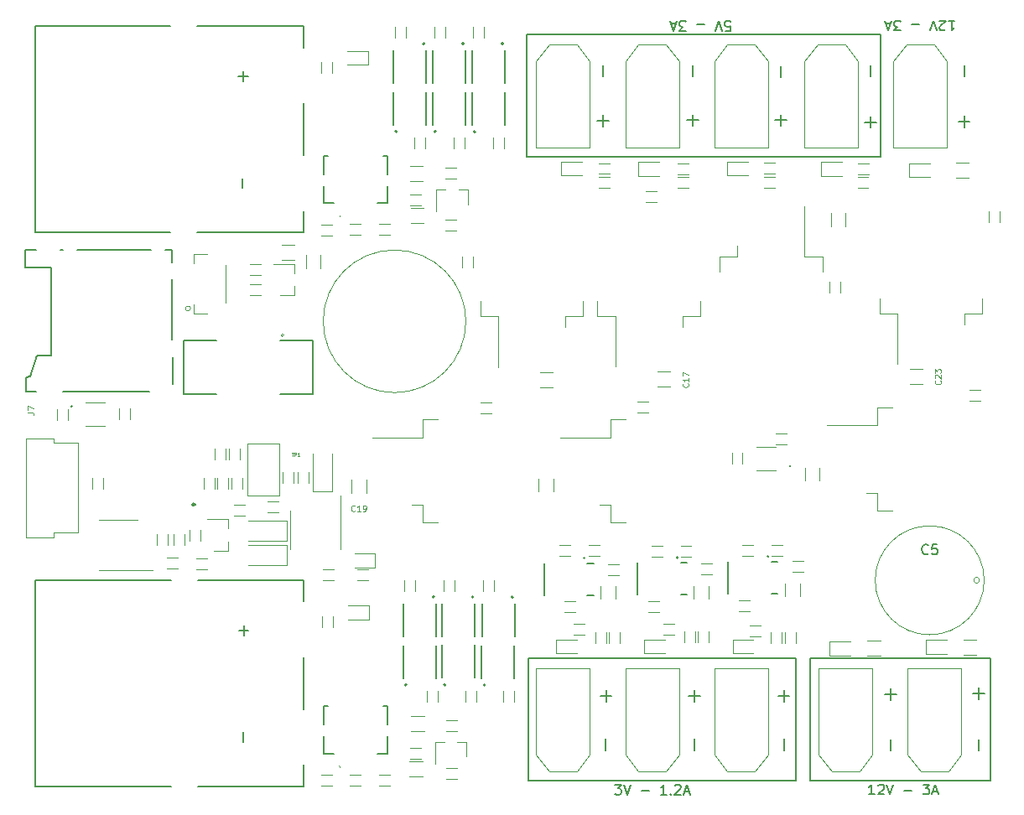
<source format=gbr>
%TF.GenerationSoftware,KiCad,Pcbnew,(6.0.10-0)*%
%TF.CreationDate,2023-03-03T19:39:16-08:00*%
%TF.ProjectId,1.0,312e302e-6b69-4636-9164-5f7063625858,rev?*%
%TF.SameCoordinates,Original*%
%TF.FileFunction,Legend,Top*%
%TF.FilePolarity,Positive*%
%FSLAX46Y46*%
G04 Gerber Fmt 4.6, Leading zero omitted, Abs format (unit mm)*
G04 Created by KiCad (PCBNEW (6.0.10-0)) date 2023-03-03 19:39:16*
%MOMM*%
%LPD*%
G01*
G04 APERTURE LIST*
%ADD10C,0.200000*%
%ADD11C,0.150000*%
%ADD12C,0.100000*%
%ADD13C,0.050000*%
%ADD14C,0.120000*%
%ADD15C,0.127000*%
%ADD16C,0.250000*%
G04 APERTURE END LIST*
D10*
X201680000Y-165420000D02*
X228720000Y-165420000D01*
X228720000Y-165420000D02*
X228720000Y-177820000D01*
X228720000Y-177820000D02*
X201680000Y-177820000D01*
X201680000Y-177820000D02*
X201680000Y-165420000D01*
X201560000Y-102410000D02*
X237310000Y-102410000D01*
X237310000Y-102410000D02*
X237310000Y-114810000D01*
X237310000Y-114810000D02*
X201560000Y-114810000D01*
X201560000Y-114810000D02*
X201560000Y-102410000D01*
X230155000Y-165380000D02*
X248325000Y-165380000D01*
X248325000Y-165380000D02*
X248325000Y-177780000D01*
X248325000Y-177780000D02*
X230155000Y-177780000D01*
X230155000Y-177780000D02*
X230155000Y-165380000D01*
X244164761Y-101037619D02*
X244736190Y-101037619D01*
X244450476Y-101037619D02*
X244450476Y-102037619D01*
X244545714Y-101894761D01*
X244640952Y-101799523D01*
X244736190Y-101751904D01*
X243783809Y-101942380D02*
X243736190Y-101990000D01*
X243640952Y-102037619D01*
X243402857Y-102037619D01*
X243307619Y-101990000D01*
X243260000Y-101942380D01*
X243212380Y-101847142D01*
X243212380Y-101751904D01*
X243260000Y-101609047D01*
X243831428Y-101037619D01*
X243212380Y-101037619D01*
X242926666Y-102037619D02*
X242593333Y-101037619D01*
X242260000Y-102037619D01*
X241164761Y-101418571D02*
X240402857Y-101418571D01*
X239260000Y-102037619D02*
X238640952Y-102037619D01*
X238974285Y-101656666D01*
X238831428Y-101656666D01*
X238736190Y-101609047D01*
X238688571Y-101561428D01*
X238640952Y-101466190D01*
X238640952Y-101228095D01*
X238688571Y-101132857D01*
X238736190Y-101085238D01*
X238831428Y-101037619D01*
X239117142Y-101037619D01*
X239212380Y-101085238D01*
X239260000Y-101132857D01*
X238260000Y-101323333D02*
X237783809Y-101323333D01*
X238355238Y-101037619D02*
X238021904Y-102037619D01*
X237688571Y-101037619D01*
X236660238Y-179162380D02*
X236088809Y-179162380D01*
X236374523Y-179162380D02*
X236374523Y-178162380D01*
X236279285Y-178305238D01*
X236184047Y-178400476D01*
X236088809Y-178448095D01*
X237041190Y-178257619D02*
X237088809Y-178210000D01*
X237184047Y-178162380D01*
X237422142Y-178162380D01*
X237517380Y-178210000D01*
X237565000Y-178257619D01*
X237612619Y-178352857D01*
X237612619Y-178448095D01*
X237565000Y-178590952D01*
X236993571Y-179162380D01*
X237612619Y-179162380D01*
X237898333Y-178162380D02*
X238231666Y-179162380D01*
X238565000Y-178162380D01*
X239660238Y-178781428D02*
X240422142Y-178781428D01*
X241565000Y-178162380D02*
X242184047Y-178162380D01*
X241850714Y-178543333D01*
X241993571Y-178543333D01*
X242088809Y-178590952D01*
X242136428Y-178638571D01*
X242184047Y-178733809D01*
X242184047Y-178971904D01*
X242136428Y-179067142D01*
X242088809Y-179114761D01*
X241993571Y-179162380D01*
X241707857Y-179162380D01*
X241612619Y-179114761D01*
X241565000Y-179067142D01*
X242565000Y-178876666D02*
X243041190Y-178876666D01*
X242469761Y-179162380D02*
X242803095Y-178162380D01*
X243136428Y-179162380D01*
X221596190Y-102047619D02*
X222072380Y-102047619D01*
X222120000Y-101571428D01*
X222072380Y-101619047D01*
X221977142Y-101666666D01*
X221739047Y-101666666D01*
X221643809Y-101619047D01*
X221596190Y-101571428D01*
X221548571Y-101476190D01*
X221548571Y-101238095D01*
X221596190Y-101142857D01*
X221643809Y-101095238D01*
X221739047Y-101047619D01*
X221977142Y-101047619D01*
X222072380Y-101095238D01*
X222120000Y-101142857D01*
X221262857Y-102047619D02*
X220929523Y-101047619D01*
X220596190Y-102047619D01*
X219500952Y-101428571D02*
X218739047Y-101428571D01*
X217596190Y-102047619D02*
X216977142Y-102047619D01*
X217310476Y-101666666D01*
X217167619Y-101666666D01*
X217072380Y-101619047D01*
X217024761Y-101571428D01*
X216977142Y-101476190D01*
X216977142Y-101238095D01*
X217024761Y-101142857D01*
X217072380Y-101095238D01*
X217167619Y-101047619D01*
X217453333Y-101047619D01*
X217548571Y-101095238D01*
X217596190Y-101142857D01*
X216596190Y-101333333D02*
X216120000Y-101333333D01*
X216691428Y-101047619D02*
X216358095Y-102047619D01*
X216024761Y-101047619D01*
X210458095Y-178192380D02*
X211077142Y-178192380D01*
X210743809Y-178573333D01*
X210886666Y-178573333D01*
X210981904Y-178620952D01*
X211029523Y-178668571D01*
X211077142Y-178763809D01*
X211077142Y-179001904D01*
X211029523Y-179097142D01*
X210981904Y-179144761D01*
X210886666Y-179192380D01*
X210600952Y-179192380D01*
X210505714Y-179144761D01*
X210458095Y-179097142D01*
X211362857Y-178192380D02*
X211696190Y-179192380D01*
X212029523Y-178192380D01*
X213124761Y-178811428D02*
X213886666Y-178811428D01*
X215648571Y-179192380D02*
X215077142Y-179192380D01*
X215362857Y-179192380D02*
X215362857Y-178192380D01*
X215267619Y-178335238D01*
X215172380Y-178430476D01*
X215077142Y-178478095D01*
X216077142Y-179097142D02*
X216124761Y-179144761D01*
X216077142Y-179192380D01*
X216029523Y-179144761D01*
X216077142Y-179097142D01*
X216077142Y-179192380D01*
X216505714Y-178287619D02*
X216553333Y-178240000D01*
X216648571Y-178192380D01*
X216886666Y-178192380D01*
X216981904Y-178240000D01*
X217029523Y-178287619D01*
X217077142Y-178382857D01*
X217077142Y-178478095D01*
X217029523Y-178620952D01*
X216458095Y-179192380D01*
X217077142Y-179192380D01*
X217458095Y-178906666D02*
X217934285Y-178906666D01*
X217362857Y-179192380D02*
X217696190Y-178192380D01*
X218029523Y-179192380D01*
D11*
%TO.C,U22*%
X227207142Y-106771428D02*
X227207142Y-105628571D01*
X227207142Y-111671428D02*
X227207142Y-110528571D01*
X227778571Y-111100000D02*
X226635714Y-111100000D01*
%TO.C,U35*%
X236257142Y-106701428D02*
X236257142Y-105558571D01*
X236267142Y-111861428D02*
X236267142Y-110718571D01*
X236838571Y-111290000D02*
X235695714Y-111290000D01*
%TO.C,U17*%
X227507142Y-169821428D02*
X227507142Y-168678571D01*
X228078571Y-169250000D02*
X226935714Y-169250000D01*
X227497142Y-174721428D02*
X227497142Y-173578571D01*
D12*
%TO.C,C19*%
X184189285Y-150519285D02*
X184160714Y-150547857D01*
X184075000Y-150576428D01*
X184017857Y-150576428D01*
X183932142Y-150547857D01*
X183875000Y-150490714D01*
X183846428Y-150433571D01*
X183817857Y-150319285D01*
X183817857Y-150233571D01*
X183846428Y-150119285D01*
X183875000Y-150062142D01*
X183932142Y-150005000D01*
X184017857Y-149976428D01*
X184075000Y-149976428D01*
X184160714Y-150005000D01*
X184189285Y-150033571D01*
X184760714Y-150576428D02*
X184417857Y-150576428D01*
X184589285Y-150576428D02*
X184589285Y-149976428D01*
X184532142Y-150062142D01*
X184475000Y-150119285D01*
X184417857Y-150147857D01*
X185046428Y-150576428D02*
X185160714Y-150576428D01*
X185217857Y-150547857D01*
X185246428Y-150519285D01*
X185303571Y-150433571D01*
X185332142Y-150319285D01*
X185332142Y-150090714D01*
X185303571Y-150033571D01*
X185275000Y-150005000D01*
X185217857Y-149976428D01*
X185103571Y-149976428D01*
X185046428Y-150005000D01*
X185017857Y-150033571D01*
X184989285Y-150090714D01*
X184989285Y-150233571D01*
X185017857Y-150290714D01*
X185046428Y-150319285D01*
X185103571Y-150347857D01*
X185217857Y-150347857D01*
X185275000Y-150319285D01*
X185303571Y-150290714D01*
X185332142Y-150233571D01*
D11*
%TO.C,U20*%
X209257142Y-106671428D02*
X209257142Y-105528571D01*
X209257142Y-111721428D02*
X209257142Y-110578571D01*
X209828571Y-111150000D02*
X208685714Y-111150000D01*
%TO.C,U23*%
X247202142Y-174741428D02*
X247202142Y-173598571D01*
X247157142Y-169546428D02*
X247157142Y-168403571D01*
X247728571Y-168975000D02*
X246585714Y-168975000D01*
%TO.C,C5*%
X242058333Y-154832142D02*
X242010714Y-154879761D01*
X241867857Y-154927380D01*
X241772619Y-154927380D01*
X241629761Y-154879761D01*
X241534523Y-154784523D01*
X241486904Y-154689285D01*
X241439285Y-154498809D01*
X241439285Y-154355952D01*
X241486904Y-154165476D01*
X241534523Y-154070238D01*
X241629761Y-153975000D01*
X241772619Y-153927380D01*
X241867857Y-153927380D01*
X242010714Y-153975000D01*
X242058333Y-154022619D01*
X242963095Y-153927380D02*
X242486904Y-153927380D01*
X242439285Y-154403571D01*
X242486904Y-154355952D01*
X242582142Y-154308333D01*
X242820238Y-154308333D01*
X242915476Y-154355952D01*
X242963095Y-154403571D01*
X243010714Y-154498809D01*
X243010714Y-154736904D01*
X242963095Y-154832142D01*
X242915476Y-154879761D01*
X242820238Y-154927380D01*
X242582142Y-154927380D01*
X242486904Y-154879761D01*
X242439285Y-154832142D01*
%TO.C,U18*%
X218457142Y-169821428D02*
X218457142Y-168678571D01*
X219028571Y-169250000D02*
X217885714Y-169250000D01*
X218467142Y-174721428D02*
X218467142Y-173578571D01*
D13*
%TO.C,TP1*%
X177846428Y-144710714D02*
X178017857Y-144710714D01*
X177932142Y-145010714D02*
X177932142Y-144710714D01*
X178117857Y-145010714D02*
X178117857Y-144710714D01*
X178232142Y-144710714D01*
X178260714Y-144725000D01*
X178275000Y-144739285D01*
X178289285Y-144767857D01*
X178289285Y-144810714D01*
X178275000Y-144839285D01*
X178260714Y-144853571D01*
X178232142Y-144867857D01*
X178117857Y-144867857D01*
X178575000Y-145010714D02*
X178403571Y-145010714D01*
X178489285Y-145010714D02*
X178489285Y-144710714D01*
X178460714Y-144753571D01*
X178432142Y-144782142D01*
X178403571Y-144796428D01*
D12*
%TO.C,C17*%
X217819285Y-137685714D02*
X217847857Y-137714285D01*
X217876428Y-137800000D01*
X217876428Y-137857142D01*
X217847857Y-137942857D01*
X217790714Y-138000000D01*
X217733571Y-138028571D01*
X217619285Y-138057142D01*
X217533571Y-138057142D01*
X217419285Y-138028571D01*
X217362142Y-138000000D01*
X217305000Y-137942857D01*
X217276428Y-137857142D01*
X217276428Y-137800000D01*
X217305000Y-137714285D01*
X217333571Y-137685714D01*
X217876428Y-137114285D02*
X217876428Y-137457142D01*
X217876428Y-137285714D02*
X217276428Y-137285714D01*
X217362142Y-137342857D01*
X217419285Y-137400000D01*
X217447857Y-137457142D01*
X217276428Y-136914285D02*
X217276428Y-136514285D01*
X217876428Y-136771428D01*
D11*
%TO.C,U24*%
X245697142Y-106701428D02*
X245697142Y-105558571D01*
X245697142Y-111801428D02*
X245697142Y-110658571D01*
X246268571Y-111230000D02*
X245125714Y-111230000D01*
%TO.C,U25*%
X238272142Y-169621428D02*
X238272142Y-168478571D01*
X238843571Y-169050000D02*
X237700714Y-169050000D01*
X238282142Y-174771428D02*
X238282142Y-173628571D01*
D12*
%TO.C,J7*%
X151171428Y-140600000D02*
X151600000Y-140600000D01*
X151685714Y-140628571D01*
X151742857Y-140685714D01*
X151771428Y-140771428D01*
X151771428Y-140828571D01*
X151171428Y-140371428D02*
X151171428Y-139971428D01*
X151771428Y-140228571D01*
%TO.C,C23*%
X243294285Y-137385714D02*
X243322857Y-137414285D01*
X243351428Y-137500000D01*
X243351428Y-137557142D01*
X243322857Y-137642857D01*
X243265714Y-137700000D01*
X243208571Y-137728571D01*
X243094285Y-137757142D01*
X243008571Y-137757142D01*
X242894285Y-137728571D01*
X242837142Y-137700000D01*
X242780000Y-137642857D01*
X242751428Y-137557142D01*
X242751428Y-137500000D01*
X242780000Y-137414285D01*
X242808571Y-137385714D01*
X242808571Y-137157142D02*
X242780000Y-137128571D01*
X242751428Y-137071428D01*
X242751428Y-136928571D01*
X242780000Y-136871428D01*
X242808571Y-136842857D01*
X242865714Y-136814285D01*
X242922857Y-136814285D01*
X243008571Y-136842857D01*
X243351428Y-137185714D01*
X243351428Y-136814285D01*
X242751428Y-136614285D02*
X242751428Y-136242857D01*
X242980000Y-136442857D01*
X242980000Y-136357142D01*
X243008571Y-136300000D01*
X243037142Y-136271428D01*
X243094285Y-136242857D01*
X243237142Y-136242857D01*
X243294285Y-136271428D01*
X243322857Y-136300000D01*
X243351428Y-136357142D01*
X243351428Y-136528571D01*
X243322857Y-136585714D01*
X243294285Y-136614285D01*
D11*
%TO.C,U19*%
X209557142Y-169821428D02*
X209557142Y-168678571D01*
X210128571Y-169250000D02*
X208985714Y-169250000D01*
X209507142Y-174711428D02*
X209507142Y-173568571D01*
%TO.C,U21*%
X218307142Y-106671428D02*
X218307142Y-105528571D01*
X218307142Y-111671428D02*
X218307142Y-110528571D01*
X218878571Y-111100000D02*
X217735714Y-111100000D01*
D14*
%TO.C,U22*%
X224610000Y-103440000D02*
X225910000Y-105140000D01*
X220490000Y-105140000D02*
X220490000Y-113860000D01*
X225910000Y-113860000D02*
X220490000Y-113860000D01*
X221790000Y-103440000D02*
X220490000Y-105140000D01*
X225910000Y-105140000D02*
X225910000Y-113860000D01*
X224610000Y-103440000D02*
X221790000Y-103440000D01*
D12*
%TO.C,C22*%
X196875000Y-139557500D02*
X197975000Y-139557500D01*
X197975000Y-140657500D02*
X196875000Y-140657500D01*
%TO.C,R18*%
X171400000Y-147200000D02*
X171400000Y-148300000D01*
X170300000Y-148300000D02*
X170300000Y-147200000D01*
%TO.C,C29*%
X223340000Y-144675000D02*
X223340000Y-145775000D01*
X222240000Y-145775000D02*
X222240000Y-144675000D01*
D14*
%TO.C,D16*%
X232125000Y-163725000D02*
X232125000Y-165125000D01*
X232125000Y-165125000D02*
X234225000Y-165125000D01*
X232125000Y-163725000D02*
X234225000Y-163725000D01*
%TO.C,D15*%
X240150000Y-116825000D02*
X242250000Y-116825000D01*
X240150000Y-115425000D02*
X242250000Y-115425000D01*
X240150000Y-115425000D02*
X240150000Y-116825000D01*
D12*
%TO.C,R51*%
X178075000Y-125200000D02*
X176775000Y-125200000D01*
X176775000Y-123700000D02*
X178075000Y-123700000D01*
D14*
%TO.C,D2*%
X177300000Y-156000000D02*
X173450000Y-156000000D01*
X177300000Y-154000000D02*
X173450000Y-154000000D01*
X177300000Y-156000000D02*
X177300000Y-154000000D01*
D12*
%TO.C,R1*%
X165250000Y-155300000D02*
X166350000Y-155300000D01*
X166350000Y-156400000D02*
X165250000Y-156400000D01*
%TO.C,R45*%
X209950000Y-116523750D02*
X208850000Y-116523750D01*
X208850000Y-115423750D02*
X209950000Y-115423750D01*
%TO.C,C20*%
X214650000Y-119355000D02*
X213550000Y-119355000D01*
X213550000Y-118255000D02*
X214650000Y-118255000D01*
D14*
%TO.C,U35*%
X230890000Y-103460000D02*
X229590000Y-105160000D01*
X229590000Y-105160000D02*
X229590000Y-113880000D01*
X233710000Y-103460000D02*
X230890000Y-103460000D01*
X235010000Y-105160000D02*
X235010000Y-113880000D01*
X233710000Y-103460000D02*
X235010000Y-105160000D01*
X235010000Y-113880000D02*
X229590000Y-113880000D01*
D12*
%TO.C,R25*%
X191150000Y-121475000D02*
X189850000Y-121475000D01*
X189850000Y-119975000D02*
X191150000Y-119975000D01*
%TO.C,C14*%
X224030000Y-160705000D02*
X222930000Y-160705000D01*
X222930000Y-159605000D02*
X224030000Y-159605000D01*
%TO.C,R66*%
X234940000Y-116860000D02*
X236040000Y-116860000D01*
X236040000Y-117960000D02*
X234940000Y-117960000D01*
%TO.C,C32*%
X158750000Y-147250000D02*
X158750000Y-148350000D01*
X157650000Y-148350000D02*
X157650000Y-147250000D01*
%TO.C,C37*%
X202760000Y-148610000D02*
X202760000Y-147310000D01*
X204260000Y-147310000D02*
X204260000Y-148610000D01*
D14*
%TO.C,U17*%
X221790000Y-176860000D02*
X224610000Y-176860000D01*
X220490000Y-166440000D02*
X225910000Y-166440000D01*
X225910000Y-175160000D02*
X225910000Y-166440000D01*
X224610000Y-176860000D02*
X225910000Y-175160000D01*
X220490000Y-175160000D02*
X220490000Y-166440000D01*
X221790000Y-176860000D02*
X220490000Y-175160000D01*
D12*
%TO.C,R69*%
X246200000Y-116900000D02*
X244900000Y-116900000D01*
X244900000Y-115400000D02*
X246200000Y-115400000D01*
%TO.C,C19*%
X183875000Y-148725000D02*
X183875000Y-147425000D01*
X185375000Y-147425000D02*
X185375000Y-148725000D01*
%TO.C,R59*%
X208445000Y-163925000D02*
X208445000Y-162825000D01*
X209545000Y-162825000D02*
X209545000Y-163925000D01*
D14*
%TO.C,J1*%
X167927500Y-130600000D02*
X167927500Y-129700000D01*
X167927500Y-124600000D02*
X167927500Y-125500000D01*
X169277500Y-124600000D02*
X167927500Y-124600000D01*
X169277500Y-130600000D02*
X167927500Y-130600000D01*
X171177500Y-129500000D02*
X171177500Y-125700000D01*
X167602500Y-130100000D02*
G75*
G03*
X167602500Y-130100000I-250000J0D01*
G01*
D12*
%TO.C,C25*%
X233740000Y-120490000D02*
X233740000Y-121790000D01*
X232240000Y-121790000D02*
X232240000Y-120490000D01*
D14*
%TO.C,Q1*%
X171435000Y-151395000D02*
X171435000Y-152325000D01*
X171435000Y-154555000D02*
X169975000Y-154555000D01*
X171435000Y-154555000D02*
X171435000Y-153625000D01*
X171435000Y-151395000D02*
X169275000Y-151395000D01*
%TO.C,U12*%
X231400000Y-124890000D02*
X229590000Y-124890000D01*
X229590000Y-124890000D02*
X229590000Y-119765000D01*
X221000000Y-124890000D02*
X222810000Y-124890000D01*
X221000000Y-126390000D02*
X221000000Y-124890000D01*
X222810000Y-124890000D02*
X222810000Y-123790000D01*
X231400000Y-126390000D02*
X231400000Y-124890000D01*
%TO.C,U20*%
X202490000Y-105140000D02*
X202490000Y-113860000D01*
X203790000Y-103440000D02*
X202490000Y-105140000D01*
X207910000Y-113860000D02*
X202490000Y-113860000D01*
X206610000Y-103440000D02*
X207910000Y-105140000D01*
X206610000Y-103440000D02*
X203790000Y-103440000D01*
X207910000Y-105140000D02*
X207910000Y-113860000D01*
D15*
%TO.C,Q10*%
X188100000Y-111537500D02*
X188100000Y-108237500D01*
X191400000Y-111537500D02*
X191400000Y-108237500D01*
D10*
X188450000Y-112237500D02*
G75*
G03*
X188450000Y-112237500I-100000J0D01*
G01*
D12*
%TO.C,R28*%
X193325000Y-115875000D02*
X194425000Y-115875000D01*
X194425000Y-116975000D02*
X193325000Y-116975000D01*
D15*
%TO.C,Q13*%
X197025000Y-159950000D02*
X197025000Y-163250000D01*
X200325000Y-159950000D02*
X200325000Y-163250000D01*
D10*
X200175000Y-159250000D02*
G75*
G03*
X200175000Y-159250000I-100000J0D01*
G01*
D12*
%TO.C,R44*%
X208850000Y-116823750D02*
X209950000Y-116823750D01*
X209950000Y-117923750D02*
X208850000Y-117923750D01*
%TO.C,R10*%
X189800000Y-174450000D02*
X190900000Y-174450000D01*
X190900000Y-175550000D02*
X189800000Y-175550000D01*
%TO.C,R55*%
X191325000Y-112825000D02*
X191325000Y-113925000D01*
X190225000Y-113925000D02*
X190225000Y-112825000D01*
D10*
%TO.C,U2*%
X181050000Y-170250000D02*
X181450000Y-170250000D01*
X181050000Y-175050000D02*
X182050000Y-175050000D01*
D12*
X182650000Y-176300000D02*
X182650000Y-176300000D01*
D10*
X187450000Y-173300000D02*
X187450000Y-175050000D01*
X187450000Y-175050000D02*
X186450000Y-175050000D01*
X187450000Y-170250000D02*
X187450000Y-172100000D01*
X181050000Y-173300000D02*
X181050000Y-175050000D01*
D12*
X182650000Y-176400000D02*
X182650000Y-176400000D01*
D10*
X181050000Y-172100000D02*
X181050000Y-170250000D01*
X187050000Y-170250000D02*
X187450000Y-170250000D01*
D12*
X182650000Y-176400000D02*
G75*
G03*
X182650000Y-176300000I0J50000D01*
G01*
X182650000Y-176300000D02*
G75*
G03*
X182650000Y-176400000I0J-50000D01*
G01*
%TO.C,R7*%
X181900000Y-178300000D02*
X180800000Y-178300000D01*
X180800000Y-177200000D02*
X181900000Y-177200000D01*
D14*
%TO.C,D9*%
X205000000Y-115273750D02*
X207100000Y-115273750D01*
X205000000Y-116673750D02*
X207100000Y-116673750D01*
X205000000Y-115273750D02*
X205000000Y-116673750D01*
D12*
%TO.C,R12*%
X193425000Y-171650000D02*
X194525000Y-171650000D01*
X194525000Y-172750000D02*
X193425000Y-172750000D01*
%TO.C,C28*%
X249290000Y-120265000D02*
X249290000Y-121365000D01*
X248190000Y-121365000D02*
X248190000Y-120265000D01*
D14*
%TO.C,U7*%
X217265000Y-130850000D02*
X217265000Y-131950000D01*
X208675000Y-130850000D02*
X210485000Y-130850000D01*
X219075000Y-129350000D02*
X219075000Y-130850000D01*
X210485000Y-130850000D02*
X210485000Y-135975000D01*
X219075000Y-130850000D02*
X217265000Y-130850000D01*
X208675000Y-129350000D02*
X208675000Y-130850000D01*
D12*
%TO.C,R19*%
X171450000Y-145350000D02*
X171450000Y-144250000D01*
X172550000Y-144250000D02*
X172550000Y-145350000D01*
%TO.C,C2*%
X165325000Y-152925000D02*
X165325000Y-154025000D01*
X164225000Y-154025000D02*
X164225000Y-152925000D01*
%TO.C,C33*%
X182025000Y-157575000D02*
X180925000Y-157575000D01*
X180925000Y-156475000D02*
X182025000Y-156475000D01*
%TO.C,C34*%
X176450000Y-150650000D02*
X175350000Y-150650000D01*
X175350000Y-149550000D02*
X176450000Y-149550000D01*
%TO.C,R68*%
X246935000Y-165070000D02*
X245635000Y-165070000D01*
X245635000Y-163570000D02*
X246935000Y-163570000D01*
D15*
%TO.C,Q14*%
X200300000Y-167415000D02*
X200300000Y-164115000D01*
X197000000Y-167415000D02*
X197000000Y-164115000D01*
D10*
X197350000Y-168115000D02*
G75*
G03*
X197350000Y-168115000I-100000J0D01*
G01*
D14*
%TO.C,D14*%
X241816000Y-163598000D02*
X241816000Y-164998000D01*
X241816000Y-164998000D02*
X243916000Y-164998000D01*
X241816000Y-163598000D02*
X243916000Y-163598000D01*
D12*
%TO.C,R63*%
X200250000Y-168700000D02*
X200250000Y-169800000D01*
X199150000Y-169800000D02*
X199150000Y-168700000D01*
D14*
%TO.C,Q7*%
X192420000Y-118115000D02*
X193350000Y-118115000D01*
X192420000Y-118115000D02*
X192420000Y-120275000D01*
X195580000Y-118115000D02*
X194650000Y-118115000D01*
X195580000Y-118115000D02*
X195580000Y-119575000D01*
%TO.C,U23*%
X241315000Y-176860000D02*
X244135000Y-176860000D01*
X240015000Y-166440000D02*
X245435000Y-166440000D01*
X244135000Y-176860000D02*
X245435000Y-175160000D01*
X241315000Y-176860000D02*
X240015000Y-175160000D01*
X240015000Y-175160000D02*
X240015000Y-166440000D01*
X245435000Y-175160000D02*
X245435000Y-166440000D01*
D12*
%TO.C,R57*%
X193300000Y-101675000D02*
X193300000Y-102775000D01*
X192200000Y-102775000D02*
X192200000Y-101675000D01*
%TO.C,R60*%
X226600000Y-117910000D02*
X225500000Y-117910000D01*
X225500000Y-116810000D02*
X226600000Y-116810000D01*
D14*
%TO.C,C5*%
X247256548Y-157550000D02*
G75*
G03*
X247256548Y-157550000I-291548J0D01*
G01*
X247725000Y-157550000D02*
G75*
G03*
X247725000Y-157550000I-5500000J0D01*
G01*
D12*
%TO.C,C18*%
X204200000Y-138075000D02*
X202900000Y-138075000D01*
X202900000Y-136575000D02*
X204200000Y-136575000D01*
%TO.C,C38*%
X213850000Y-140650000D02*
X212750000Y-140650000D01*
X212750000Y-139550000D02*
X213850000Y-139550000D01*
D14*
%TO.C,U18*%
X211490000Y-175160000D02*
X211490000Y-166440000D01*
X212790000Y-176860000D02*
X211490000Y-175160000D01*
X215610000Y-176860000D02*
X216910000Y-175160000D01*
X216910000Y-175160000D02*
X216910000Y-166440000D01*
X211490000Y-166440000D02*
X216910000Y-166440000D01*
X212790000Y-176860000D02*
X215610000Y-176860000D01*
D12*
%TO.C,R4*%
X173100000Y-151000000D02*
X172000000Y-151000000D01*
X172000000Y-149900000D02*
X173100000Y-149900000D01*
%TO.C,R20*%
X170050000Y-145350000D02*
X170050000Y-144250000D01*
X171150000Y-144250000D02*
X171150000Y-145350000D01*
D15*
%TO.C,U1*%
X179950000Y-138760039D02*
X179950000Y-133360039D01*
X166950000Y-133360039D02*
X170250000Y-133360039D01*
X179950000Y-133360039D02*
X176650000Y-133360039D01*
X166950000Y-138760039D02*
X166950000Y-133360039D01*
X176650000Y-138760039D02*
X179950000Y-138760039D01*
X170250000Y-138760039D02*
X166950000Y-138760039D01*
D14*
X177035078Y-132810039D02*
G75*
G03*
X177035078Y-132810039I-160078J0D01*
G01*
D12*
%TO.C,R32*%
X227350000Y-155050000D02*
X226250000Y-155050000D01*
X226250000Y-153950000D02*
X227350000Y-153950000D01*
%TO.C,R54*%
X195275000Y-112850000D02*
X195275000Y-113950000D01*
X194175000Y-113950000D02*
X194175000Y-112850000D01*
%TO.C,R27*%
X189775000Y-115725000D02*
X191075000Y-115725000D01*
X191075000Y-117225000D02*
X189775000Y-117225000D01*
%TO.C,R15*%
X184400000Y-156450000D02*
X185500000Y-156450000D01*
X185500000Y-157550000D02*
X184400000Y-157550000D01*
%TO.C,R26*%
X189750000Y-118575000D02*
X190850000Y-118575000D01*
X190850000Y-119675000D02*
X189750000Y-119675000D01*
%TO.C,R61*%
X226600000Y-116510000D02*
X225500000Y-116510000D01*
X225500000Y-115410000D02*
X226600000Y-115410000D01*
D14*
%TO.C,U10*%
X237150000Y-129100000D02*
X237150000Y-130600000D01*
X245740000Y-130600000D02*
X245740000Y-131700000D01*
X247550000Y-129100000D02*
X247550000Y-130600000D01*
X238960000Y-130600000D02*
X238960000Y-135725000D01*
X237150000Y-130600000D02*
X238960000Y-130600000D01*
X247550000Y-130600000D02*
X245740000Y-130600000D01*
D12*
%TO.C,C27*%
X246250000Y-138350000D02*
X247350000Y-138350000D01*
X247350000Y-139450000D02*
X246250000Y-139450000D01*
%TO.C,C4*%
X186600000Y-177200000D02*
X187700000Y-177200000D01*
X187700000Y-178300000D02*
X186600000Y-178300000D01*
%TO.C,R67*%
X234950000Y-115440000D02*
X236050000Y-115440000D01*
X236050000Y-116540000D02*
X234950000Y-116540000D01*
D10*
%TO.C,U3*%
X187050000Y-114675000D02*
X187450000Y-114675000D01*
X187450000Y-119475000D02*
X186450000Y-119475000D01*
X181050000Y-119475000D02*
X182050000Y-119475000D01*
D12*
X182650000Y-120725000D02*
X182650000Y-120725000D01*
D10*
X181050000Y-117725000D02*
X181050000Y-119475000D01*
X187450000Y-117725000D02*
X187450000Y-119475000D01*
X181050000Y-116525000D02*
X181050000Y-114675000D01*
X181050000Y-114675000D02*
X181450000Y-114675000D01*
X187450000Y-114675000D02*
X187450000Y-116525000D01*
D12*
X182650000Y-120825000D02*
X182650000Y-120825000D01*
X182650000Y-120725000D02*
G75*
G03*
X182650000Y-120825000I0J-50000D01*
G01*
X182650000Y-120825000D02*
G75*
G03*
X182650000Y-120725000I0J50000D01*
G01*
%TO.C,R3*%
X168600000Y-152425000D02*
X168600000Y-153525000D01*
X167500000Y-153525000D02*
X167500000Y-152425000D01*
%TO.C,R35*%
X214175000Y-154050000D02*
X215275000Y-154050000D01*
X215275000Y-155150000D02*
X214175000Y-155150000D01*
%TO.C,R31*%
X210875000Y-157000000D02*
X209775000Y-157000000D01*
X209775000Y-155900000D02*
X210875000Y-155900000D01*
D13*
%TO.C,SW1*%
X173315000Y-148985000D02*
X176535000Y-148985000D01*
X176535000Y-148985000D02*
X176535000Y-143765000D01*
X176535000Y-143765000D02*
X173315000Y-143765000D01*
X173315000Y-143765000D02*
X173315000Y-148985000D01*
D15*
%TO.C,U16*%
X172850000Y-116960000D02*
X172850000Y-117960000D01*
X165540000Y-101610000D02*
X151890000Y-101610000D01*
X151890000Y-101610000D02*
X151890000Y-122410000D01*
X178990000Y-122410000D02*
X178990000Y-120260000D01*
X172910000Y-107160000D02*
X172910000Y-106160000D01*
X151890000Y-122410000D02*
X165540000Y-122410000D01*
X178990000Y-109410000D02*
X178990000Y-114610000D01*
X178990000Y-103760000D02*
X178990000Y-101610000D01*
X178990000Y-101610000D02*
X168290000Y-101610000D01*
X172410000Y-106660000D02*
X173410000Y-106660000D01*
X168290000Y-122410000D02*
X178990000Y-122410000D01*
D12*
%TO.C,R46*%
X216800000Y-116860000D02*
X217900000Y-116860000D01*
X217900000Y-117960000D02*
X216800000Y-117960000D01*
%TO.C,R48*%
X227775000Y-143825000D02*
X226675000Y-143825000D01*
X226675000Y-142725000D02*
X227775000Y-142725000D01*
%TO.C,C7*%
X183700000Y-121600000D02*
X184800000Y-121600000D01*
X184800000Y-122700000D02*
X183700000Y-122700000D01*
%TO.C,R50*%
X174700000Y-126750000D02*
X173600000Y-126750000D01*
X173600000Y-125650000D02*
X174700000Y-125650000D01*
%TO.C,R37*%
X205975000Y-155098250D02*
X204875000Y-155098250D01*
X204875000Y-153998250D02*
X205975000Y-153998250D01*
%TO.C,C26*%
X233190000Y-127415000D02*
X233190000Y-128515000D01*
X232090000Y-128515000D02*
X232090000Y-127415000D01*
%TO.C,R64*%
X198150000Y-113925000D02*
X198150000Y-112825000D01*
X199250000Y-112825000D02*
X199250000Y-113925000D01*
%TO.C,C24*%
X229625000Y-147470000D02*
X229625000Y-146170000D01*
X231125000Y-146170000D02*
X231125000Y-147470000D01*
%TO.C,R65*%
X196150000Y-102750000D02*
X196150000Y-101650000D01*
X197250000Y-101650000D02*
X197250000Y-102750000D01*
%TO.C,R56*%
X188250000Y-102800000D02*
X188250000Y-101700000D01*
X189350000Y-101700000D02*
X189350000Y-102800000D01*
D15*
%TO.C,Q15*%
X199325000Y-111550000D02*
X199325000Y-108250000D01*
X196025000Y-111550000D02*
X196025000Y-108250000D01*
D10*
X196375000Y-112250000D02*
G75*
G03*
X196375000Y-112250000I-100000J0D01*
G01*
D12*
%TO.C,R8*%
X189700000Y-175850000D02*
X191000000Y-175850000D01*
X191000000Y-177350000D02*
X189700000Y-177350000D01*
%TO.C,R21*%
X192525000Y-168725000D02*
X192525000Y-169825000D01*
X191425000Y-169825000D02*
X191425000Y-168725000D01*
%TO.C,R29*%
X228350000Y-155600000D02*
X229450000Y-155600000D01*
X229450000Y-156700000D02*
X228350000Y-156700000D01*
D16*
%TO.C,IC2*%
X168050000Y-149900000D02*
G75*
G03*
X168050000Y-149900000I-125000J0D01*
G01*
D12*
%TO.C,R14*%
X189175000Y-158625000D02*
X189175000Y-157525000D01*
X190275000Y-157525000D02*
X190275000Y-158625000D01*
D14*
%TO.C,U11*%
X236945000Y-150510000D02*
X236945000Y-148700000D01*
X236945000Y-140110000D02*
X236945000Y-141920000D01*
X238445000Y-150510000D02*
X236945000Y-150510000D01*
X238445000Y-140110000D02*
X236945000Y-140110000D01*
X236945000Y-148700000D02*
X235845000Y-148700000D01*
X236945000Y-141920000D02*
X231820000Y-141920000D01*
%TO.C,Q2*%
X195480000Y-173890000D02*
X195480000Y-175350000D01*
X192320000Y-173890000D02*
X193250000Y-173890000D01*
X195480000Y-173890000D02*
X194550000Y-173890000D01*
X192320000Y-173890000D02*
X192320000Y-176050000D01*
D15*
%TO.C,Q12*%
X192050000Y-104062500D02*
X192050000Y-107362500D01*
X195350000Y-104062500D02*
X195350000Y-107362500D01*
D10*
X195200000Y-103362500D02*
G75*
G03*
X195200000Y-103362500I-100000J0D01*
G01*
D14*
%TO.C,U13*%
X226676248Y-144118900D02*
X224763752Y-144118900D01*
X224763752Y-146481100D02*
X226676248Y-146481100D01*
X228221799Y-146050000D02*
G75*
G03*
X228221799Y-146050000I-101600J0D01*
G01*
D12*
%TO.C,C17*%
X216025000Y-138000000D02*
X214725000Y-138000000D01*
X214725000Y-136500000D02*
X216025000Y-136500000D01*
%TO.C,C1*%
X166975000Y-152925000D02*
X166975000Y-154025000D01*
X165875000Y-154025000D02*
X165875000Y-152925000D01*
D14*
%TO.C,IC1*%
X160325000Y-151415000D02*
X162275000Y-151415000D01*
X160325000Y-156535000D02*
X158375000Y-156535000D01*
X160325000Y-151415000D02*
X158375000Y-151415000D01*
X160325000Y-156535000D02*
X163775000Y-156535000D01*
D12*
%TO.C,R43*%
X219930000Y-162685000D02*
X219930000Y-163785000D01*
X218830000Y-163785000D02*
X218830000Y-162685000D01*
%TO.C,C15*%
X214925000Y-160750000D02*
X213825000Y-160750000D01*
X213825000Y-159650000D02*
X214925000Y-159650000D01*
%TO.C,C13*%
X210525000Y-158150000D02*
X210525000Y-159450000D01*
X209025000Y-159450000D02*
X209025000Y-158150000D01*
D14*
%TO.C,D13*%
X231240000Y-116700000D02*
X233340000Y-116700000D01*
X231240000Y-115300000D02*
X233340000Y-115300000D01*
X231240000Y-115300000D02*
X231240000Y-116700000D01*
D12*
%TO.C,R42*%
X217430000Y-163785000D02*
X217430000Y-162685000D01*
X218530000Y-162685000D02*
X218530000Y-163785000D01*
%TO.C,R23*%
X194400000Y-122225000D02*
X193300000Y-122225000D01*
X193300000Y-121125000D02*
X194400000Y-121125000D01*
%TO.C,R13*%
X194250000Y-157550000D02*
X194250000Y-158650000D01*
X193150000Y-158650000D02*
X193150000Y-157550000D01*
%TO.C,C35*%
X176925000Y-147700000D02*
X176925000Y-146600000D01*
X178025000Y-146600000D02*
X178025000Y-147700000D01*
%TO.C,R47*%
X216800000Y-115460000D02*
X217900000Y-115460000D01*
X217900000Y-116560000D02*
X216800000Y-116560000D01*
D15*
%TO.C,Q3*%
X196325000Y-159937500D02*
X196325000Y-163237500D01*
X193025000Y-159937500D02*
X193025000Y-163237500D01*
D10*
X196175000Y-159237500D02*
G75*
G03*
X196175000Y-159237500I-100000J0D01*
G01*
D15*
%TO.C,U4*%
X221850000Y-155700000D02*
X221850000Y-158900000D01*
X226250000Y-158900000D02*
X226850000Y-158900000D01*
X226250000Y-155700000D02*
X226850000Y-155700000D01*
X225965000Y-155150000D02*
G75*
G03*
X225965000Y-155150000I-65000J0D01*
G01*
D12*
%TO.C,C21*%
X196110000Y-124875000D02*
X196110000Y-125975000D01*
X195010000Y-125975000D02*
X195010000Y-124875000D01*
D14*
%TO.C,U24*%
X243990000Y-105160000D02*
X243990000Y-113880000D01*
X238570000Y-105160000D02*
X238570000Y-113880000D01*
X243990000Y-113880000D02*
X238570000Y-113880000D01*
X242690000Y-103460000D02*
X239870000Y-103460000D01*
X239870000Y-103460000D02*
X238570000Y-105160000D01*
X242690000Y-103460000D02*
X243990000Y-105160000D01*
%TO.C,D10*%
X212800000Y-115310000D02*
X214900000Y-115310000D01*
X212800000Y-115310000D02*
X212800000Y-116710000D01*
X212800000Y-116710000D02*
X214900000Y-116710000D01*
%TO.C,Q8*%
X178110000Y-128780000D02*
X176650000Y-128780000D01*
X178110000Y-128780000D02*
X178110000Y-127850000D01*
X178110000Y-125620000D02*
X178110000Y-126550000D01*
X178110000Y-125620000D02*
X175950000Y-125620000D01*
D12*
%TO.C,R36*%
X207775000Y-153998250D02*
X208875000Y-153998250D01*
X208875000Y-155098250D02*
X207775000Y-155098250D01*
%TO.C,R62*%
X197150000Y-158675000D02*
X197150000Y-157575000D01*
X198250000Y-157575000D02*
X198250000Y-158675000D01*
D14*
%TO.C,D6*%
X204535000Y-163525000D02*
X206635000Y-163525000D01*
X204535000Y-164925000D02*
X206635000Y-164925000D01*
X204535000Y-163525000D02*
X204535000Y-164925000D01*
%TO.C,U25*%
X236435000Y-175160000D02*
X236435000Y-166440000D01*
X231015000Y-175160000D02*
X231015000Y-166440000D01*
X232315000Y-176860000D02*
X231015000Y-175160000D01*
X235135000Y-176860000D02*
X236435000Y-175160000D01*
X231015000Y-166440000D02*
X236435000Y-166440000D01*
X232315000Y-176860000D02*
X235135000Y-176860000D01*
%TO.C,D1*%
X177300000Y-153550000D02*
X173450000Y-153550000D01*
X177300000Y-153550000D02*
X177300000Y-151550000D01*
X177300000Y-151550000D02*
X173450000Y-151550000D01*
D12*
%TO.C,R11*%
X189875000Y-171250000D02*
X191175000Y-171250000D01*
X191175000Y-172750000D02*
X189875000Y-172750000D01*
D14*
%TO.C,D3*%
X185600000Y-160100000D02*
X183500000Y-160100000D01*
X185600000Y-161500000D02*
X185600000Y-160100000D01*
X185600000Y-161500000D02*
X183500000Y-161500000D01*
D12*
%TO.C,C16*%
X206430000Y-160780000D02*
X205330000Y-160780000D01*
X205330000Y-159680000D02*
X206430000Y-159680000D01*
%TO.C,R2*%
X169275000Y-156425000D02*
X168175000Y-156425000D01*
X168175000Y-155325000D02*
X169275000Y-155325000D01*
%TO.C,R40*%
X226200000Y-163935000D02*
X226200000Y-162835000D01*
X227300000Y-162835000D02*
X227300000Y-163935000D01*
D15*
%TO.C,U6*%
X207675000Y-159050000D02*
X208275000Y-159050000D01*
X203275000Y-155850000D02*
X203275000Y-159050000D01*
X207675000Y-155850000D02*
X208275000Y-155850000D01*
X207390000Y-155300000D02*
G75*
G03*
X207390000Y-155300000I-65000J0D01*
G01*
D12*
%TO.C,C36*%
X178425000Y-147700000D02*
X178425000Y-146600000D01*
X179525000Y-146600000D02*
X179525000Y-147700000D01*
%TO.C,R17*%
X172825000Y-147200000D02*
X172825000Y-148300000D01*
X171725000Y-148300000D02*
X171725000Y-147200000D01*
%TO.C,R52*%
X180750000Y-124725000D02*
X180750000Y-126025000D01*
X179250000Y-126025000D02*
X179250000Y-124725000D01*
%TO.C,R70*%
X235950000Y-163675000D02*
X237250000Y-163675000D01*
X237250000Y-165175000D02*
X235950000Y-165175000D01*
D11*
%TO.C,J7*%
X165714400Y-124217200D02*
X165714400Y-125487200D01*
X151414200Y-136968000D02*
X152125400Y-134859800D01*
X154436800Y-124217200D02*
X154716200Y-124217200D01*
X165765200Y-127189000D02*
X165765200Y-133259600D01*
X154690800Y-138517400D02*
X163479200Y-138517400D01*
X151033200Y-137069600D02*
X151414200Y-136968000D01*
X151033200Y-138517400D02*
X151033200Y-137069600D01*
X150920000Y-124200000D02*
X151980000Y-124200000D01*
X152000000Y-138517400D02*
X151033200Y-138517400D01*
X156189400Y-124217200D02*
X163631600Y-124217200D01*
X150910000Y-125940000D02*
X150910000Y-124200000D01*
X165028600Y-124217200D02*
X165714400Y-124217200D01*
X153522400Y-125944400D02*
X150906200Y-125944400D01*
X152125400Y-134859800D02*
X153497000Y-134859800D01*
X165790600Y-135000000D02*
X165790600Y-137755400D01*
X153522400Y-134859800D02*
X153522400Y-125944400D01*
D14*
%TO.C,D7*%
X222335000Y-163535000D02*
X222335000Y-164935000D01*
X222335000Y-164935000D02*
X224435000Y-164935000D01*
X222335000Y-163535000D02*
X224435000Y-163535000D01*
%TO.C,U14*%
X157043752Y-141931100D02*
X158956248Y-141931100D01*
X158956248Y-139568900D02*
X157043752Y-139568900D01*
X155701401Y-140000000D02*
G75*
G03*
X155701401Y-140000000I-101600J0D01*
G01*
D15*
%TO.C,Q4*%
X192375000Y-159937500D02*
X192375000Y-163237500D01*
X189075000Y-159937500D02*
X189075000Y-163237500D01*
D10*
X192225000Y-159237500D02*
G75*
G03*
X192225000Y-159237500I-100000J0D01*
G01*
D14*
%TO.C,D11*%
X221800000Y-115260000D02*
X223900000Y-115260000D01*
X221800000Y-116660000D02*
X223900000Y-116660000D01*
X221800000Y-115260000D02*
X221800000Y-116660000D01*
D15*
%TO.C,Q6*%
X196325000Y-167402500D02*
X196325000Y-164102500D01*
X193025000Y-167402500D02*
X193025000Y-164102500D01*
D10*
X193375000Y-168102500D02*
G75*
G03*
X193375000Y-168102500I-100000J0D01*
G01*
D12*
%TO.C,C30*%
X161450000Y-140200000D02*
X161450000Y-141300000D01*
X160350000Y-141300000D02*
X160350000Y-140200000D01*
%TO.C,R22*%
X196500000Y-168725000D02*
X196500000Y-169825000D01*
X195400000Y-169825000D02*
X195400000Y-168725000D01*
%TO.C,C23*%
X240200000Y-136200000D02*
X241500000Y-136200000D01*
X241500000Y-137700000D02*
X240200000Y-137700000D01*
%TO.C,R24*%
X180800000Y-121612500D02*
X181900000Y-121612500D01*
X181900000Y-122712500D02*
X180800000Y-122712500D01*
%TO.C,R53*%
X155250000Y-140300000D02*
X155250000Y-141400000D01*
X154150000Y-141400000D02*
X154150000Y-140300000D01*
D14*
%TO.C,D5*%
X186250000Y-156250000D02*
X186250000Y-154850000D01*
X186250000Y-156250000D02*
X184150000Y-156250000D01*
X186250000Y-154850000D02*
X184150000Y-154850000D01*
D12*
%TO.C,R30*%
X219175000Y-155850000D02*
X220275000Y-155850000D01*
X220275000Y-156950000D02*
X219175000Y-156950000D01*
D15*
%TO.C,U15*%
X179050000Y-165350000D02*
X179050000Y-170550000D01*
X172910000Y-172900000D02*
X172910000Y-173900000D01*
X172470000Y-162600000D02*
X173470000Y-162600000D01*
X165600000Y-157550000D02*
X151950000Y-157550000D01*
X179050000Y-178350000D02*
X179050000Y-176200000D01*
X179050000Y-159700000D02*
X179050000Y-157550000D01*
X168350000Y-178350000D02*
X179050000Y-178350000D01*
X172970000Y-163100000D02*
X172970000Y-162100000D01*
X151950000Y-178350000D02*
X165600000Y-178350000D01*
X179050000Y-157550000D02*
X168350000Y-157550000D01*
X151950000Y-157550000D02*
X151950000Y-178350000D01*
D12*
%TO.C,R49*%
X173600000Y-127650000D02*
X174700000Y-127650000D01*
X174700000Y-128750000D02*
X173600000Y-128750000D01*
%TO.C,C8*%
X187700000Y-122700000D02*
X186600000Y-122700000D01*
X186600000Y-121600000D02*
X187700000Y-121600000D01*
%TO.C,C3*%
X184800000Y-178300000D02*
X183700000Y-178300000D01*
X183700000Y-177200000D02*
X184800000Y-177200000D01*
%TO.C,C12*%
X219925000Y-158100000D02*
X219925000Y-159400000D01*
X218425000Y-159400000D02*
X218425000Y-158100000D01*
%TO.C,R34*%
X218175000Y-155148250D02*
X217075000Y-155148250D01*
X217075000Y-154048250D02*
X218175000Y-154048250D01*
D14*
%TO.C,D4*%
X185500000Y-105510000D02*
X185500000Y-104110000D01*
X185500000Y-105510000D02*
X183400000Y-105510000D01*
X185500000Y-104110000D02*
X183400000Y-104110000D01*
%TO.C,U19*%
X203790000Y-176860000D02*
X206610000Y-176860000D01*
X202490000Y-175160000D02*
X202490000Y-166440000D01*
X206610000Y-176860000D02*
X207910000Y-175160000D01*
X203790000Y-176860000D02*
X202490000Y-175160000D01*
X202490000Y-166440000D02*
X207910000Y-166440000D01*
X207910000Y-175160000D02*
X207910000Y-166440000D01*
%TO.C,U36*%
X210030000Y-143120000D02*
X204905000Y-143120000D01*
X211530000Y-141310000D02*
X210030000Y-141310000D01*
X210030000Y-149900000D02*
X208930000Y-149900000D01*
X211530000Y-151710000D02*
X210030000Y-151710000D01*
X210030000Y-141310000D02*
X210030000Y-143120000D01*
X210030000Y-151710000D02*
X210030000Y-149900000D01*
%TO.C,U21*%
X212790000Y-103440000D02*
X211490000Y-105140000D01*
X216910000Y-105140000D02*
X216910000Y-113860000D01*
X215610000Y-103440000D02*
X212790000Y-103440000D01*
X211490000Y-105140000D02*
X211490000Y-113860000D01*
X216910000Y-113860000D02*
X211490000Y-113860000D01*
X215610000Y-103440000D02*
X216910000Y-105140000D01*
%TO.C,SP1*%
X195400000Y-131400000D02*
G75*
G03*
X195400000Y-131400000I-7200000J0D01*
G01*
D12*
%TO.C,R33*%
X223300000Y-153950000D02*
X224400000Y-153950000D01*
X224400000Y-155050000D02*
X223300000Y-155050000D01*
%TO.C,R38*%
X224050000Y-162085000D02*
X225150000Y-162085000D01*
X225150000Y-163185000D02*
X224050000Y-163185000D01*
%TO.C,J2*%
X151000000Y-153200000D02*
X151000000Y-143200000D01*
X153750000Y-143700000D02*
X156250000Y-143700000D01*
X156250000Y-143700000D02*
X156250000Y-152700000D01*
X153750000Y-143200000D02*
X153750000Y-143700000D01*
X153750000Y-152700000D02*
X153750000Y-153200000D01*
X151000000Y-143200000D02*
X153750000Y-143200000D01*
X153750000Y-153200000D02*
X151000000Y-153200000D01*
X156250000Y-152700000D02*
X153750000Y-152700000D01*
D14*
%TO.C,U34*%
X177640000Y-152450000D02*
X177640000Y-154400000D01*
X182760000Y-152450000D02*
X182760000Y-154400000D01*
X177640000Y-152450000D02*
X177640000Y-150500000D01*
X182760000Y-152450000D02*
X182760000Y-149000000D01*
D12*
%TO.C,R41*%
X215305000Y-161935000D02*
X216405000Y-161935000D01*
X216405000Y-163035000D02*
X215305000Y-163035000D01*
D15*
%TO.C,U5*%
X217075000Y-158998250D02*
X217675000Y-158998250D01*
X217075000Y-155798250D02*
X217675000Y-155798250D01*
X212675000Y-155798250D02*
X212675000Y-158998250D01*
X216790000Y-155248250D02*
G75*
G03*
X216790000Y-155248250I-65000J0D01*
G01*
D14*
%TO.C,D8*%
X213385000Y-163535000D02*
X213385000Y-164935000D01*
X213385000Y-164935000D02*
X215485000Y-164935000D01*
X213385000Y-163535000D02*
X215485000Y-163535000D01*
D12*
%TO.C,R6*%
X194500000Y-177650000D02*
X193400000Y-177650000D01*
X193400000Y-176550000D02*
X194500000Y-176550000D01*
D15*
%TO.C,Q16*%
X199325000Y-104062500D02*
X199325000Y-107362500D01*
X196025000Y-104062500D02*
X196025000Y-107362500D01*
D10*
X199175000Y-103362500D02*
G75*
G03*
X199175000Y-103362500I-100000J0D01*
G01*
D15*
%TO.C,Q9*%
X195350000Y-111537500D02*
X195350000Y-108237500D01*
X192050000Y-111537500D02*
X192050000Y-108237500D01*
D10*
X192400000Y-112237500D02*
G75*
G03*
X192400000Y-112237500I-100000J0D01*
G01*
D12*
%TO.C,R9*%
X181900000Y-105200000D02*
X181900000Y-106300000D01*
X180800000Y-106300000D02*
X180800000Y-105200000D01*
D14*
%TO.C,U8*%
X207250000Y-130875000D02*
X205440000Y-130875000D01*
X198660000Y-130875000D02*
X198660000Y-136000000D01*
X205440000Y-130875000D02*
X205440000Y-131975000D01*
X207250000Y-129375000D02*
X207250000Y-130875000D01*
X196850000Y-130875000D02*
X198660000Y-130875000D01*
X196850000Y-129375000D02*
X196850000Y-130875000D01*
D12*
%TO.C,R58*%
X210945000Y-162825000D02*
X210945000Y-163925000D01*
X209845000Y-163925000D02*
X209845000Y-162825000D01*
%TO.C,C31*%
X168925000Y-148275000D02*
X168925000Y-147175000D01*
X170025000Y-147175000D02*
X170025000Y-148275000D01*
D15*
%TO.C,Q11*%
X188100000Y-104075000D02*
X188100000Y-107375000D01*
X191400000Y-104075000D02*
X191400000Y-107375000D01*
D10*
X191250000Y-103375000D02*
G75*
G03*
X191250000Y-103375000I-100000J0D01*
G01*
D12*
%TO.C,R16*%
X206295000Y-161975000D02*
X207395000Y-161975000D01*
X207395000Y-163075000D02*
X206295000Y-163075000D01*
D15*
%TO.C,Q5*%
X192375000Y-167415000D02*
X192375000Y-164115000D01*
X189075000Y-167415000D02*
X189075000Y-164115000D01*
D10*
X189425000Y-168115000D02*
G75*
G03*
X189425000Y-168115000I-100000J0D01*
G01*
D12*
%TO.C,R39*%
X228700000Y-162835000D02*
X228700000Y-163935000D01*
X227600000Y-163935000D02*
X227600000Y-162835000D01*
%TO.C,R5*%
X181950000Y-161150000D02*
X181950000Y-162250000D01*
X180850000Y-162250000D02*
X180850000Y-161150000D01*
D14*
%TO.C,U9*%
X192575000Y-141325000D02*
X191075000Y-141325000D01*
X192575000Y-151725000D02*
X191075000Y-151725000D01*
X191075000Y-143135000D02*
X185950000Y-143135000D01*
X191075000Y-149915000D02*
X189975000Y-149915000D01*
X191075000Y-141325000D02*
X191075000Y-143135000D01*
X191075000Y-151725000D02*
X191075000Y-149915000D01*
D12*
%TO.C,C11*%
X227600000Y-159150000D02*
X227600000Y-157850000D01*
X229100000Y-157850000D02*
X229100000Y-159150000D01*
D14*
%TO.C,D12*%
X181925000Y-148600000D02*
X181925000Y-144750000D01*
X179925000Y-148600000D02*
X179925000Y-144750000D01*
X179925000Y-148600000D02*
X181925000Y-148600000D01*
%TD*%
M02*

</source>
